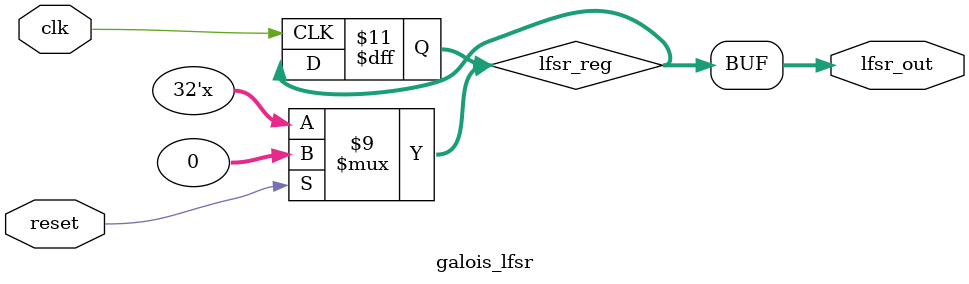
<source format=sv>
module galois_lfsr (
    input logic clk,
    input logic reset,
    output logic [31:0] lfsr_out
);

    logic [31:0] lfsr_reg;

    always @(*) begin
        if (reset) begin
            lfsr_reg = 32'b0;
        end else begin
            lfsr_reg = {lfsr_reg[30:0], lfsr_reg[31] ^ lfsr_reg[21] ^ lfsr_reg[1] ^ lfsr_reg[0]};
        end
    end

    always @(posedge clk) begin
        if (!reset) begin
            lfsr_reg <= lfsr_reg;
        end
    end

    assign lfsr_out = lfsr_reg;

endmodule
</source>
